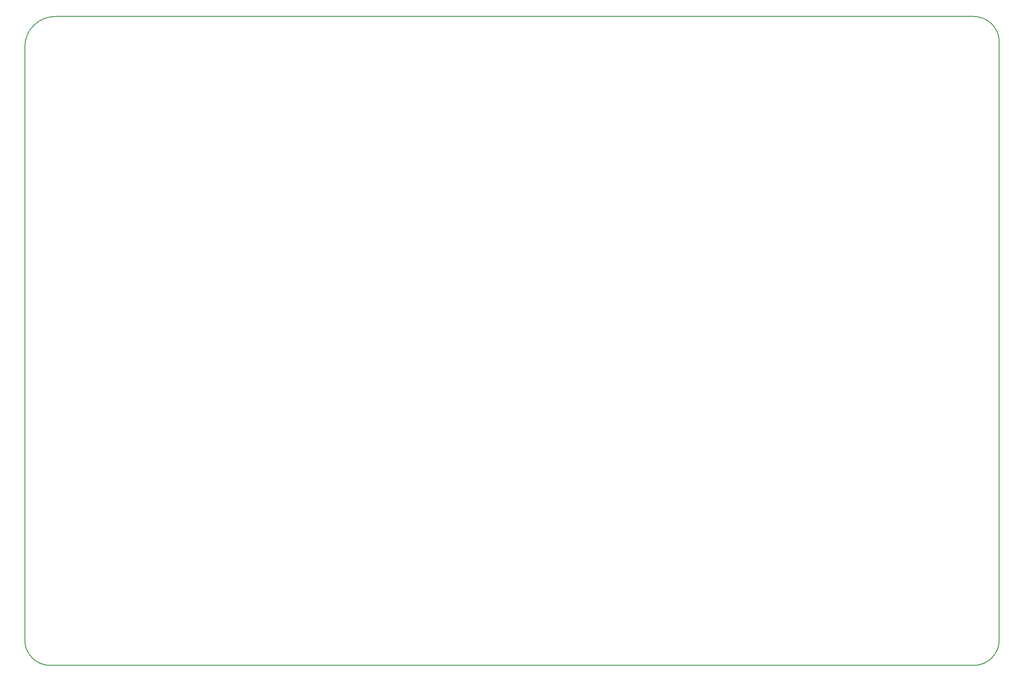
<source format=gm1>
G04 #@! TF.GenerationSoftware,KiCad,Pcbnew,(5.0.0)*
G04 #@! TF.CreationDate,2018-11-03T08:25:57+09:00*
G04 #@! TF.ProjectId,techinup_if,74656368696E75705F69662E6B696361,rev?*
G04 #@! TF.SameCoordinates,Original*
G04 #@! TF.FileFunction,Profile,NP*
%FSLAX46Y46*%
G04 Gerber Fmt 4.6, Leading zero omitted, Abs format (unit mm)*
G04 Created by KiCad (PCBNEW (5.0.0)) date 11/03/18 08:25:57*
%MOMM*%
%LPD*%
G01*
G04 APERTURE LIST*
%ADD10C,0.150000*%
G04 APERTURE END LIST*
D10*
X36000000Y-52000000D02*
X217000000Y-52000000D01*
X30000000Y-58000000D02*
G75*
G02X36000000Y-52000000I6000000J0D01*
G01*
X30000000Y-175000000D02*
X30000000Y-58000000D01*
X35000000Y-180000000D02*
G75*
G02X30000000Y-175000000I0J5000000D01*
G01*
X217000000Y-180000000D02*
X35000000Y-180000000D01*
X222000000Y-57000000D02*
X222000000Y-175000000D01*
X217000000Y-52000000D02*
G75*
G02X222000000Y-57000000I0J-5000000D01*
G01*
X222000000Y-175000000D02*
G75*
G02X217000000Y-180000000I-5000000J0D01*
G01*
M02*

</source>
